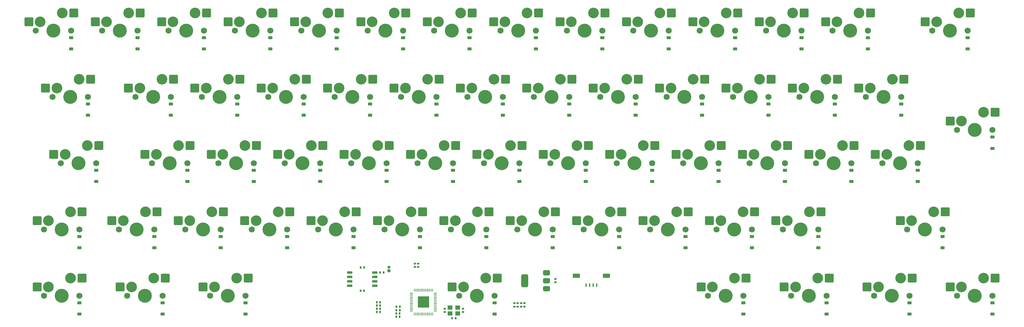
<source format=gbr>
%TF.GenerationSoftware,KiCad,Pcbnew,8.0.3*%
%TF.CreationDate,2024-10-19T17:43:13+08:00*%
%TF.ProjectId,PH60_Rev1,50483630-5f52-4657-9631-2e6b69636164,rev?*%
%TF.SameCoordinates,Original*%
%TF.FileFunction,Soldermask,Bot*%
%TF.FilePolarity,Negative*%
%FSLAX46Y46*%
G04 Gerber Fmt 4.6, Leading zero omitted, Abs format (unit mm)*
G04 Created by KiCad (PCBNEW 8.0.3) date 2024-10-19 17:43:13*
%MOMM*%
%LPD*%
G01*
G04 APERTURE LIST*
G04 Aperture macros list*
%AMRoundRect*
0 Rectangle with rounded corners*
0 $1 Rounding radius*
0 $2 $3 $4 $5 $6 $7 $8 $9 X,Y pos of 4 corners*
0 Add a 4 corners polygon primitive as box body*
4,1,4,$2,$3,$4,$5,$6,$7,$8,$9,$2,$3,0*
0 Add four circle primitives for the rounded corners*
1,1,$1+$1,$2,$3*
1,1,$1+$1,$4,$5*
1,1,$1+$1,$6,$7*
1,1,$1+$1,$8,$9*
0 Add four rect primitives between the rounded corners*
20,1,$1+$1,$2,$3,$4,$5,0*
20,1,$1+$1,$4,$5,$6,$7,0*
20,1,$1+$1,$6,$7,$8,$9,0*
20,1,$1+$1,$8,$9,$2,$3,0*%
G04 Aperture macros list end*
%ADD10C,1.750000*%
%ADD11C,3.050000*%
%ADD12C,4.000000*%
%ADD13RoundRect,0.250000X-1.025000X-1.000000X1.025000X-1.000000X1.025000X1.000000X-1.025000X1.000000X0*%
%ADD14RoundRect,0.225000X0.375000X-0.225000X0.375000X0.225000X-0.375000X0.225000X-0.375000X-0.225000X0*%
%ADD15RoundRect,0.140000X0.170000X-0.140000X0.170000X0.140000X-0.170000X0.140000X-0.170000X-0.140000X0*%
%ADD16RoundRect,0.135000X-0.135000X-0.185000X0.135000X-0.185000X0.135000X0.185000X-0.135000X0.185000X0*%
%ADD17RoundRect,0.050000X-0.050000X0.387500X-0.050000X-0.387500X0.050000X-0.387500X0.050000X0.387500X0*%
%ADD18RoundRect,0.050000X-0.387500X0.050000X-0.387500X-0.050000X0.387500X-0.050000X0.387500X0.050000X0*%
%ADD19R,3.200000X3.200000*%
%ADD20R,0.850000X0.850000*%
%ADD21O,0.850000X0.850000*%
%ADD22RoundRect,0.140000X0.140000X0.170000X-0.140000X0.170000X-0.140000X-0.170000X0.140000X-0.170000X0*%
%ADD23RoundRect,0.375000X0.625000X0.375000X-0.625000X0.375000X-0.625000X-0.375000X0.625000X-0.375000X0*%
%ADD24RoundRect,0.500000X0.500000X1.400000X-0.500000X1.400000X-0.500000X-1.400000X0.500000X-1.400000X0*%
%ADD25RoundRect,0.140000X-0.170000X0.140000X-0.170000X-0.140000X0.170000X-0.140000X0.170000X0.140000X0*%
%ADD26RoundRect,0.135000X0.135000X0.185000X-0.135000X0.185000X-0.135000X-0.185000X0.135000X-0.185000X0*%
%ADD27RoundRect,0.150000X0.650000X0.150000X-0.650000X0.150000X-0.650000X-0.150000X0.650000X-0.150000X0*%
%ADD28RoundRect,0.140000X-0.140000X-0.170000X0.140000X-0.170000X0.140000X0.170000X-0.140000X0.170000X0*%
%ADD29R,1.400000X1.200000*%
%ADD30R,0.400000X1.000000*%
%ADD31R,2.000000X1.300000*%
G04 APERTURE END LIST*
D10*
%TO.C,S36*%
X180657500Y-76200000D03*
D11*
X181927500Y-73660000D03*
D12*
X185737500Y-76200000D03*
D11*
X188277500Y-71120000D03*
D10*
X190817500Y-76200000D03*
D13*
X178652500Y-73660000D03*
X191579500Y-71120000D03*
%TD*%
D10*
%TO.C,S19*%
X118745000Y-57150000D03*
D11*
X120015000Y-54610000D03*
D12*
X123825000Y-57150000D03*
D11*
X126365000Y-52070000D03*
D10*
X128905000Y-57150000D03*
D13*
X116740000Y-54610000D03*
X129667000Y-52070000D03*
%TD*%
D10*
%TO.C,S35*%
X161607500Y-76200000D03*
D11*
X162877500Y-73660000D03*
D12*
X166687500Y-76200000D03*
D11*
X169227500Y-71120000D03*
D10*
X171767500Y-76200000D03*
D13*
X159602500Y-73660000D03*
X172529500Y-71120000D03*
%TD*%
D10*
%TO.C,S28*%
X297338750Y-66675000D03*
D11*
X298608750Y-64135000D03*
D12*
X302418750Y-66675000D03*
D11*
X304958750Y-61595000D03*
D10*
X307498750Y-66675000D03*
D13*
X295333750Y-64135000D03*
X308260750Y-61595000D03*
%TD*%
D10*
%TO.C,S13*%
X261620000Y-38100000D03*
D11*
X262890000Y-35560000D03*
D12*
X266700000Y-38100000D03*
D11*
X269240000Y-33020000D03*
D10*
X271780000Y-38100000D03*
D13*
X259615000Y-35560000D03*
X272542000Y-33020000D03*
%TD*%
D10*
%TO.C,S2*%
X52070000Y-38100000D03*
D11*
X53340000Y-35560000D03*
D12*
X57150000Y-38100000D03*
D11*
X59690000Y-33020000D03*
D10*
X62230000Y-38100000D03*
D13*
X50065000Y-35560000D03*
X62992000Y-33020000D03*
%TD*%
D10*
%TO.C,S49*%
X171132500Y-95250000D03*
D11*
X172402500Y-92710000D03*
D12*
X176212500Y-95250000D03*
D11*
X178752500Y-90170000D03*
D10*
X181292500Y-95250000D03*
D13*
X169127500Y-92710000D03*
X182054500Y-90170000D03*
%TD*%
D10*
%TO.C,S54*%
X283051250Y-95250000D03*
D11*
X284321250Y-92710000D03*
D12*
X288131250Y-95250000D03*
D11*
X290671250Y-90170000D03*
D10*
X293211250Y-95250000D03*
D13*
X281046250Y-92710000D03*
X293973250Y-90170000D03*
%TD*%
D10*
%TO.C,S29*%
X40163750Y-76200000D03*
D11*
X41433750Y-73660000D03*
D12*
X45243750Y-76200000D03*
D11*
X47783750Y-71120000D03*
D10*
X50323750Y-76200000D03*
D13*
X38158750Y-73660000D03*
X51085750Y-71120000D03*
%TD*%
D10*
%TO.C,S25*%
X233045000Y-57150000D03*
D11*
X234315000Y-54610000D03*
D12*
X238125000Y-57150000D03*
D11*
X240665000Y-52070000D03*
D10*
X243205000Y-57150000D03*
D13*
X231040000Y-54610000D03*
X243967000Y-52070000D03*
%TD*%
D10*
%TO.C,S55*%
X35401250Y-114300000D03*
D11*
X36671250Y-111760000D03*
D12*
X40481250Y-114300000D03*
D11*
X43021250Y-109220000D03*
D10*
X45561250Y-114300000D03*
D13*
X33396250Y-111760000D03*
X46323250Y-109220000D03*
%TD*%
D10*
%TO.C,S26*%
X252095000Y-57150000D03*
D11*
X253365000Y-54610000D03*
D12*
X257175000Y-57150000D03*
D11*
X259715000Y-52070000D03*
D10*
X262255000Y-57150000D03*
D13*
X250090000Y-54610000D03*
X263017000Y-52070000D03*
%TD*%
D10*
%TO.C,S62*%
X297338750Y-114300000D03*
D11*
X298608750Y-111760000D03*
D12*
X302418750Y-114300000D03*
D11*
X304958750Y-109220000D03*
D10*
X307498750Y-114300000D03*
D13*
X295333750Y-111760000D03*
X308260750Y-109220000D03*
%TD*%
D10*
%TO.C,S31*%
X85407500Y-76200000D03*
D11*
X86677500Y-73660000D03*
D12*
X90487500Y-76200000D03*
D11*
X93027500Y-71120000D03*
D10*
X95567500Y-76200000D03*
D13*
X83402500Y-73660000D03*
X96329500Y-71120000D03*
%TD*%
D10*
%TO.C,S44*%
X75882500Y-95250000D03*
D11*
X77152500Y-92710000D03*
D12*
X80962500Y-95250000D03*
D11*
X83502500Y-90170000D03*
D10*
X86042500Y-95250000D03*
D13*
X73877500Y-92710000D03*
X86804500Y-90170000D03*
%TD*%
D10*
%TO.C,S59*%
X225901250Y-114300000D03*
D11*
X227171250Y-111760000D03*
D12*
X230981250Y-114300000D03*
D11*
X233521250Y-109220000D03*
D10*
X236061250Y-114300000D03*
D13*
X223896250Y-111760000D03*
X236823250Y-109220000D03*
%TD*%
D10*
%TO.C,S45*%
X94932500Y-95250000D03*
D11*
X96202500Y-92710000D03*
D12*
X100012500Y-95250000D03*
D11*
X102552500Y-90170000D03*
D10*
X105092500Y-95250000D03*
D13*
X92927500Y-92710000D03*
X105854500Y-90170000D03*
%TD*%
D10*
%TO.C,S34*%
X142557500Y-76200000D03*
D11*
X143827500Y-73660000D03*
D12*
X147637500Y-76200000D03*
D11*
X150177500Y-71120000D03*
D10*
X152717500Y-76200000D03*
D13*
X140552500Y-73660000D03*
X153479500Y-71120000D03*
%TD*%
D10*
%TO.C,S37*%
X199707500Y-76200000D03*
D11*
X200977500Y-73660000D03*
D12*
X204787500Y-76200000D03*
D11*
X207327500Y-71120000D03*
D10*
X209867500Y-76200000D03*
D13*
X197702500Y-73660000D03*
X210629500Y-71120000D03*
%TD*%
D10*
%TO.C,S46*%
X113982500Y-95250000D03*
D11*
X115252500Y-92710000D03*
D12*
X119062500Y-95250000D03*
D11*
X121602500Y-90170000D03*
D10*
X124142500Y-95250000D03*
D13*
X111977500Y-92710000D03*
X124904500Y-90170000D03*
%TD*%
D10*
%TO.C,S20*%
X137795000Y-57150000D03*
D11*
X139065000Y-54610000D03*
D12*
X142875000Y-57150000D03*
D11*
X145415000Y-52070000D03*
D10*
X147955000Y-57150000D03*
D13*
X135790000Y-54610000D03*
X148717000Y-52070000D03*
%TD*%
D10*
%TO.C,S9*%
X185420000Y-38100000D03*
D11*
X186690000Y-35560000D03*
D12*
X190500000Y-38100000D03*
D11*
X193040000Y-33020000D03*
D10*
X195580000Y-38100000D03*
D13*
X183415000Y-35560000D03*
X196342000Y-33020000D03*
%TD*%
D10*
%TO.C,S33*%
X123507500Y-76200000D03*
D11*
X124777500Y-73660000D03*
D12*
X128587500Y-76200000D03*
D11*
X131127500Y-71120000D03*
D10*
X133667500Y-76200000D03*
D13*
X121502500Y-73660000D03*
X134429500Y-71120000D03*
%TD*%
D10*
%TO.C,S39*%
X237807500Y-76200000D03*
D11*
X239077500Y-73660000D03*
D12*
X242887500Y-76200000D03*
D11*
X245427500Y-71120000D03*
D10*
X247967500Y-76200000D03*
D13*
X235802500Y-73660000D03*
X248729500Y-71120000D03*
%TD*%
D10*
%TO.C,S38*%
X218757500Y-76200000D03*
D11*
X220027500Y-73660000D03*
D12*
X223837500Y-76200000D03*
D11*
X226377500Y-71120000D03*
D10*
X228917500Y-76200000D03*
D13*
X216752500Y-73660000D03*
X229679500Y-71120000D03*
%TD*%
D10*
%TO.C,S5*%
X109220000Y-38100000D03*
D11*
X110490000Y-35560000D03*
D12*
X114300000Y-38100000D03*
D11*
X116840000Y-33020000D03*
D10*
X119380000Y-38100000D03*
D13*
X107215000Y-35560000D03*
X120142000Y-33020000D03*
%TD*%
D10*
%TO.C,S8*%
X166370000Y-38100000D03*
D11*
X167640000Y-35560000D03*
D12*
X171450000Y-38100000D03*
D11*
X173990000Y-33020000D03*
D10*
X176530000Y-38100000D03*
D13*
X164365000Y-35560000D03*
X177292000Y-33020000D03*
%TD*%
D10*
%TO.C,S40*%
X256857500Y-76200000D03*
D11*
X258127500Y-73660000D03*
D12*
X261937500Y-76200000D03*
D11*
X264477500Y-71120000D03*
D10*
X267017500Y-76200000D03*
D13*
X254852500Y-73660000D03*
X267779500Y-71120000D03*
%TD*%
D10*
%TO.C,S30*%
X66357500Y-76200000D03*
D11*
X67627500Y-73660000D03*
D12*
X71437500Y-76200000D03*
D11*
X73977500Y-71120000D03*
D10*
X76517500Y-76200000D03*
D13*
X64352500Y-73660000D03*
X77279500Y-71120000D03*
%TD*%
D10*
%TO.C,S21*%
X156845000Y-57150000D03*
D11*
X158115000Y-54610000D03*
D12*
X161925000Y-57150000D03*
D11*
X164465000Y-52070000D03*
D10*
X167005000Y-57150000D03*
D13*
X154840000Y-54610000D03*
X167767000Y-52070000D03*
%TD*%
D10*
%TO.C,S12*%
X242570000Y-38100000D03*
D11*
X243840000Y-35560000D03*
D12*
X247650000Y-38100000D03*
D11*
X250190000Y-33020000D03*
D10*
X252730000Y-38100000D03*
D13*
X240565000Y-35560000D03*
X253492000Y-33020000D03*
%TD*%
D10*
%TO.C,S15*%
X37782500Y-57150000D03*
D11*
X39052500Y-54610000D03*
D12*
X42862500Y-57150000D03*
D11*
X45402500Y-52070000D03*
D10*
X47942500Y-57150000D03*
D13*
X35777500Y-54610000D03*
X48704500Y-52070000D03*
%TD*%
D10*
%TO.C,S11*%
X223520000Y-38100000D03*
D11*
X224790000Y-35560000D03*
D12*
X228600000Y-38100000D03*
D11*
X231140000Y-33020000D03*
D10*
X233680000Y-38100000D03*
D13*
X221515000Y-35560000D03*
X234442000Y-33020000D03*
%TD*%
D10*
%TO.C,S18*%
X99695000Y-57150000D03*
D11*
X100965000Y-54610000D03*
D12*
X104775000Y-57150000D03*
D11*
X107315000Y-52070000D03*
D10*
X109855000Y-57150000D03*
D13*
X97690000Y-54610000D03*
X110617000Y-52070000D03*
%TD*%
D10*
%TO.C,S60*%
X249713750Y-114300000D03*
D11*
X250983750Y-111760000D03*
D12*
X254793750Y-114300000D03*
D11*
X257333750Y-109220000D03*
D10*
X259873750Y-114300000D03*
D13*
X247708750Y-111760000D03*
X260635750Y-109220000D03*
%TD*%
D10*
%TO.C,S56*%
X59213750Y-114300000D03*
D11*
X60483750Y-111760000D03*
D12*
X64293750Y-114300000D03*
D11*
X66833750Y-109220000D03*
D10*
X69373750Y-114300000D03*
D13*
X57208750Y-111760000D03*
X70135750Y-109220000D03*
%TD*%
D10*
%TO.C,S50*%
X190182500Y-95250000D03*
D11*
X191452500Y-92710000D03*
D12*
X195262500Y-95250000D03*
D11*
X197802500Y-90170000D03*
D10*
X200342500Y-95250000D03*
D13*
X188177500Y-92710000D03*
X201104500Y-90170000D03*
%TD*%
D10*
%TO.C,S43*%
X56832500Y-95250000D03*
D11*
X58102500Y-92710000D03*
D12*
X61912500Y-95250000D03*
D11*
X64452500Y-90170000D03*
D10*
X66992500Y-95250000D03*
D13*
X54827500Y-92710000D03*
X67754500Y-90170000D03*
%TD*%
D10*
%TO.C,S51*%
X209232500Y-95250000D03*
D11*
X210502500Y-92710000D03*
D12*
X214312500Y-95250000D03*
D11*
X216852500Y-90170000D03*
D10*
X219392500Y-95250000D03*
D13*
X207227500Y-92710000D03*
X220154500Y-90170000D03*
%TD*%
D10*
%TO.C,S52*%
X228282500Y-95250000D03*
D11*
X229552500Y-92710000D03*
D12*
X233362500Y-95250000D03*
D11*
X235902500Y-90170000D03*
D10*
X238442500Y-95250000D03*
D13*
X226277500Y-92710000D03*
X239204500Y-90170000D03*
%TD*%
D10*
%TO.C,S48*%
X152082500Y-95250000D03*
D11*
X153352500Y-92710000D03*
D12*
X157162500Y-95250000D03*
D11*
X159702500Y-90170000D03*
D10*
X162242500Y-95250000D03*
D13*
X150077500Y-92710000D03*
X163004500Y-90170000D03*
%TD*%
D10*
%TO.C,S42*%
X35401250Y-95250000D03*
D11*
X36671250Y-92710000D03*
D12*
X40481250Y-95250000D03*
D11*
X43021250Y-90170000D03*
D10*
X45561250Y-95250000D03*
D13*
X33396250Y-92710000D03*
X46323250Y-90170000D03*
%TD*%
D10*
%TO.C,S22*%
X175895000Y-57150000D03*
D11*
X177165000Y-54610000D03*
D12*
X180975000Y-57150000D03*
D11*
X183515000Y-52070000D03*
D10*
X186055000Y-57150000D03*
D13*
X173890000Y-54610000D03*
X186817000Y-52070000D03*
%TD*%
D10*
%TO.C,S61*%
X273526250Y-114300000D03*
D11*
X274796250Y-111760000D03*
D12*
X278606250Y-114300000D03*
D11*
X281146250Y-109220000D03*
D10*
X283686250Y-114300000D03*
D13*
X271521250Y-111760000D03*
X284448250Y-109220000D03*
%TD*%
D10*
%TO.C,S14*%
X290195000Y-38100000D03*
D11*
X291465000Y-35560000D03*
D12*
X295275000Y-38100000D03*
D11*
X297815000Y-33020000D03*
D10*
X300355000Y-38100000D03*
D13*
X288190000Y-35560000D03*
X301117000Y-33020000D03*
%TD*%
D10*
%TO.C,S4*%
X90170000Y-38100000D03*
D11*
X91440000Y-35560000D03*
D12*
X95250000Y-38100000D03*
D11*
X97790000Y-33020000D03*
D10*
X100330000Y-38100000D03*
D13*
X88165000Y-35560000D03*
X101092000Y-33020000D03*
%TD*%
D10*
%TO.C,S10*%
X204470000Y-38100000D03*
D11*
X205740000Y-35560000D03*
D12*
X209550000Y-38100000D03*
D11*
X212090000Y-33020000D03*
D10*
X214630000Y-38100000D03*
D13*
X202465000Y-35560000D03*
X215392000Y-33020000D03*
%TD*%
D10*
%TO.C,S41*%
X275907500Y-76200000D03*
D11*
X277177500Y-73660000D03*
D12*
X280987500Y-76200000D03*
D11*
X283527500Y-71120000D03*
D10*
X286067500Y-76200000D03*
D13*
X273902500Y-73660000D03*
X286829500Y-71120000D03*
%TD*%
D10*
%TO.C,S47*%
X133032500Y-95250000D03*
D11*
X134302500Y-92710000D03*
D12*
X138112500Y-95250000D03*
D11*
X140652500Y-90170000D03*
D10*
X143192500Y-95250000D03*
D13*
X131027500Y-92710000D03*
X143954500Y-90170000D03*
%TD*%
D10*
%TO.C,S3*%
X71120000Y-38100000D03*
D11*
X72390000Y-35560000D03*
D12*
X76200000Y-38100000D03*
D11*
X78740000Y-33020000D03*
D10*
X81280000Y-38100000D03*
D13*
X69115000Y-35560000D03*
X82042000Y-33020000D03*
%TD*%
D10*
%TO.C,S16*%
X61595000Y-57150000D03*
D11*
X62865000Y-54610000D03*
D12*
X66675000Y-57150000D03*
D11*
X69215000Y-52070000D03*
D10*
X71755000Y-57150000D03*
D13*
X59590000Y-54610000D03*
X72517000Y-52070000D03*
%TD*%
D10*
%TO.C,S7*%
X147320000Y-38100000D03*
D11*
X148590000Y-35560000D03*
D12*
X152400000Y-38100000D03*
D11*
X154940000Y-33020000D03*
D10*
X157480000Y-38100000D03*
D13*
X145315000Y-35560000D03*
X158242000Y-33020000D03*
%TD*%
D10*
%TO.C,S23*%
X194945000Y-57150000D03*
D11*
X196215000Y-54610000D03*
D12*
X200025000Y-57150000D03*
D11*
X202565000Y-52070000D03*
D10*
X205105000Y-57150000D03*
D13*
X192940000Y-54610000D03*
X205867000Y-52070000D03*
%TD*%
D10*
%TO.C,S53*%
X247332500Y-95250000D03*
D11*
X248602500Y-92710000D03*
D12*
X252412500Y-95250000D03*
D11*
X254952500Y-90170000D03*
D10*
X257492500Y-95250000D03*
D13*
X245327500Y-92710000D03*
X258254500Y-90170000D03*
%TD*%
D10*
%TO.C,S27*%
X271145000Y-57150000D03*
D11*
X272415000Y-54610000D03*
D12*
X276225000Y-57150000D03*
D11*
X278765000Y-52070000D03*
D10*
X281305000Y-57150000D03*
D13*
X269140000Y-54610000D03*
X282067000Y-52070000D03*
%TD*%
D10*
%TO.C,S6*%
X128270000Y-38100000D03*
D11*
X129540000Y-35560000D03*
D12*
X133350000Y-38100000D03*
D11*
X135890000Y-33020000D03*
D10*
X138430000Y-38100000D03*
D13*
X126265000Y-35560000D03*
X139192000Y-33020000D03*
%TD*%
D10*
%TO.C,S24*%
X213995000Y-57150000D03*
D11*
X215265000Y-54610000D03*
D12*
X219075000Y-57150000D03*
D11*
X221615000Y-52070000D03*
D10*
X224155000Y-57150000D03*
D13*
X211990000Y-54610000D03*
X224917000Y-52070000D03*
%TD*%
D10*
%TO.C,S58*%
X154463750Y-114300000D03*
D11*
X155733750Y-111760000D03*
D12*
X159543750Y-114300000D03*
D11*
X162083750Y-109220000D03*
D10*
X164623750Y-114300000D03*
D13*
X152458750Y-111760000D03*
X165385750Y-109220000D03*
%TD*%
D10*
%TO.C,S57*%
X83026250Y-114300000D03*
D11*
X84296250Y-111760000D03*
D12*
X88106250Y-114300000D03*
D11*
X90646250Y-109220000D03*
D10*
X93186250Y-114300000D03*
D13*
X81021250Y-111760000D03*
X93948250Y-109220000D03*
%TD*%
D10*
%TO.C,S1*%
X33020000Y-38100000D03*
D11*
X34290000Y-35560000D03*
D12*
X38100000Y-38100000D03*
D11*
X40640000Y-33020000D03*
D10*
X43180000Y-38100000D03*
D13*
X31015000Y-35560000D03*
X43942000Y-33020000D03*
%TD*%
D10*
%TO.C,S32*%
X104457500Y-76200000D03*
D11*
X105727500Y-73660000D03*
D12*
X109537500Y-76200000D03*
D11*
X112077500Y-71120000D03*
D10*
X114617500Y-76200000D03*
D13*
X102452500Y-73660000D03*
X115379500Y-71120000D03*
%TD*%
D10*
%TO.C,S17*%
X80645000Y-57150000D03*
D11*
X81915000Y-54610000D03*
D12*
X85725000Y-57150000D03*
D11*
X88265000Y-52070000D03*
D10*
X90805000Y-57150000D03*
D13*
X78640000Y-54610000D03*
X91567000Y-52070000D03*
%TD*%
D14*
%TO.C,D42*%
X45561250Y-100550000D03*
X45561250Y-97250000D03*
%TD*%
D15*
%TO.C,C7*%
X170325000Y-117425000D03*
X170325000Y-116465000D03*
%TD*%
D14*
%TO.C,D38*%
X228917500Y-81500000D03*
X228917500Y-78200000D03*
%TD*%
%TO.C,D18*%
X109855000Y-62450000D03*
X109855000Y-59150000D03*
%TD*%
D16*
%TO.C,R3*%
X136455000Y-117475000D03*
X137475000Y-117475000D03*
%TD*%
D14*
%TO.C,D55*%
X45561250Y-119600000D03*
X45561250Y-116300000D03*
%TD*%
%TO.C,D23*%
X205105000Y-62450000D03*
X205105000Y-59150000D03*
%TD*%
%TO.C,D53*%
X257492500Y-100550000D03*
X257492500Y-97250000D03*
%TD*%
D15*
%TO.C,C3*%
X155575000Y-119005000D03*
X155575000Y-118045000D03*
%TD*%
D17*
%TO.C,U3*%
X141625000Y-112675000D03*
X142025000Y-112675000D03*
X142425000Y-112675000D03*
X142825000Y-112675000D03*
X143225000Y-112675000D03*
X143625000Y-112675000D03*
X144025000Y-112675000D03*
X144425000Y-112675000D03*
X144825000Y-112675000D03*
X145225000Y-112675000D03*
X145625000Y-112675000D03*
X146025000Y-112675000D03*
X146425000Y-112675000D03*
X146825000Y-112675000D03*
D18*
X147662500Y-113512500D03*
X147662500Y-113912500D03*
X147662500Y-114312500D03*
X147662500Y-114712500D03*
X147662500Y-115112500D03*
X147662500Y-115512500D03*
X147662500Y-115912500D03*
X147662500Y-116312500D03*
X147662500Y-116712500D03*
X147662500Y-117112500D03*
X147662500Y-117512500D03*
X147662500Y-117912500D03*
X147662500Y-118312500D03*
X147662500Y-118712500D03*
D17*
X146825000Y-119550000D03*
X146425000Y-119550000D03*
X146025000Y-119550000D03*
X145625000Y-119550000D03*
X145225000Y-119550000D03*
X144825000Y-119550000D03*
X144425000Y-119550000D03*
X144025000Y-119550000D03*
X143625000Y-119550000D03*
X143225000Y-119550000D03*
X142825000Y-119550000D03*
X142425000Y-119550000D03*
X142025000Y-119550000D03*
X141625000Y-119550000D03*
D18*
X140787500Y-118712500D03*
X140787500Y-118312500D03*
X140787500Y-117912500D03*
X140787500Y-117512500D03*
X140787500Y-117112500D03*
X140787500Y-116712500D03*
X140787500Y-116312500D03*
X140787500Y-115912500D03*
X140787500Y-115512500D03*
X140787500Y-115112500D03*
X140787500Y-114712500D03*
X140787500Y-114312500D03*
X140787500Y-113912500D03*
X140787500Y-113512500D03*
D19*
X144225000Y-116112500D03*
%TD*%
D14*
%TO.C,D50*%
X200342500Y-100550000D03*
X200342500Y-97250000D03*
%TD*%
D20*
%TO.C,J2*%
X134375000Y-107075000D03*
D21*
X134375000Y-106075000D03*
%TD*%
D14*
%TO.C,D57*%
X93186250Y-119600000D03*
X93186250Y-116300000D03*
%TD*%
D22*
%TO.C,C13*%
X131825000Y-117105000D03*
X130865000Y-117105000D03*
%TD*%
D14*
%TO.C,D15*%
X47942500Y-62450000D03*
X47942500Y-59150000D03*
%TD*%
D22*
%TO.C,C10*%
X137425000Y-120325000D03*
X136465000Y-120325000D03*
%TD*%
D14*
%TO.C,D8*%
X176530000Y-43400000D03*
X176530000Y-40100000D03*
%TD*%
D23*
%TO.C,U1*%
X179575000Y-107675000D03*
X179575000Y-109975000D03*
X179575000Y-112275000D03*
D24*
X173275000Y-109975000D03*
%TD*%
D15*
%TO.C,C11*%
X173175000Y-117425000D03*
X173175000Y-116465000D03*
%TD*%
D14*
%TO.C,D19*%
X128905000Y-62450000D03*
X128905000Y-59150000D03*
%TD*%
%TO.C,D21*%
X167005000Y-62450000D03*
X167005000Y-59150000D03*
%TD*%
%TO.C,D40*%
X267017500Y-81500000D03*
X267017500Y-78200000D03*
%TD*%
%TO.C,D36*%
X190817500Y-81500000D03*
X190817500Y-78200000D03*
%TD*%
D25*
%TO.C,C2*%
X150375000Y-118025000D03*
X150375000Y-118985000D03*
%TD*%
D14*
%TO.C,D52*%
X238442500Y-100550000D03*
X238442500Y-97250000D03*
%TD*%
%TO.C,D16*%
X71755000Y-62450000D03*
X71755000Y-59150000D03*
%TD*%
%TO.C,D28*%
X307498750Y-71975000D03*
X307498750Y-68675000D03*
%TD*%
%TO.C,D58*%
X164623750Y-119600000D03*
X164623750Y-116300000D03*
%TD*%
%TO.C,D59*%
X236061250Y-119600000D03*
X236061250Y-116300000D03*
%TD*%
%TO.C,D48*%
X162242500Y-100550000D03*
X162242500Y-97250000D03*
%TD*%
D22*
%TO.C,C14*%
X131825000Y-118025000D03*
X130865000Y-118025000D03*
%TD*%
D26*
%TO.C,R5*%
X153475000Y-120725000D03*
X152455000Y-120725000D03*
%TD*%
D14*
%TO.C,D49*%
X181292500Y-100550000D03*
X181292500Y-97250000D03*
%TD*%
%TO.C,D35*%
X171767500Y-81500000D03*
X171767500Y-78200000D03*
%TD*%
D15*
%TO.C,C15*%
X142695000Y-106035000D03*
X142695000Y-105075000D03*
%TD*%
D14*
%TO.C,D43*%
X66992500Y-100550000D03*
X66992500Y-97250000D03*
%TD*%
%TO.C,D45*%
X105092500Y-100550000D03*
X105092500Y-97250000D03*
%TD*%
%TO.C,D10*%
X214630000Y-43400000D03*
X214630000Y-40100000D03*
%TD*%
%TO.C,D37*%
X209867500Y-81500000D03*
X209867500Y-78200000D03*
%TD*%
%TO.C,D56*%
X69373750Y-119600000D03*
X69373750Y-116300000D03*
%TD*%
%TO.C,D44*%
X86042500Y-100550000D03*
X86042500Y-97250000D03*
%TD*%
%TO.C,D6*%
X138430000Y-43400000D03*
X138430000Y-40100000D03*
%TD*%
%TO.C,D30*%
X76517500Y-81500000D03*
X76517500Y-78200000D03*
%TD*%
D15*
%TO.C,C4*%
X171275000Y-117425000D03*
X171275000Y-116465000D03*
%TD*%
D22*
%TO.C,C6*%
X131815000Y-116175000D03*
X130855000Y-116175000D03*
%TD*%
D14*
%TO.C,D12*%
X252730000Y-43400000D03*
X252730000Y-40100000D03*
%TD*%
%TO.C,D32*%
X114617500Y-81500000D03*
X114617500Y-78200000D03*
%TD*%
D15*
%TO.C,C16*%
X141775000Y-106035000D03*
X141775000Y-105075000D03*
%TD*%
D14*
%TO.C,D25*%
X243205000Y-62450000D03*
X243205000Y-59150000D03*
%TD*%
%TO.C,D20*%
X147955000Y-62450000D03*
X147955000Y-59150000D03*
%TD*%
D27*
%TO.C,U2*%
X130275000Y-107620000D03*
X130275000Y-108890000D03*
X130275000Y-110160000D03*
X130275000Y-111430000D03*
X123075000Y-111430000D03*
X123075000Y-110160000D03*
X123075000Y-108890000D03*
X123075000Y-107620000D03*
%TD*%
D14*
%TO.C,D39*%
X247967500Y-81500000D03*
X247967500Y-78200000D03*
%TD*%
%TO.C,D3*%
X81280000Y-43400000D03*
X81280000Y-40100000D03*
%TD*%
%TO.C,D22*%
X186055000Y-62450000D03*
X186055000Y-59150000D03*
%TD*%
%TO.C,D60*%
X259873750Y-119600000D03*
X259873750Y-116300000D03*
%TD*%
D22*
%TO.C,C8*%
X137425000Y-119375000D03*
X136465000Y-119375000D03*
%TD*%
D14*
%TO.C,D61*%
X283686250Y-119600000D03*
X283686250Y-116300000D03*
%TD*%
%TO.C,D1*%
X43180000Y-43400000D03*
X43180000Y-40100000D03*
%TD*%
%TO.C,D62*%
X307498750Y-119600000D03*
X307498750Y-116300000D03*
%TD*%
%TO.C,D26*%
X262255000Y-62450000D03*
X262255000Y-59150000D03*
%TD*%
%TO.C,D17*%
X90805000Y-62450000D03*
X90805000Y-59150000D03*
%TD*%
%TO.C,D4*%
X100330000Y-43400000D03*
X100330000Y-40100000D03*
%TD*%
D15*
%TO.C,C12*%
X172225000Y-117405000D03*
X172225000Y-116445000D03*
%TD*%
D26*
%TO.C,R1*%
X132785000Y-107625000D03*
X131765000Y-107625000D03*
%TD*%
D28*
%TO.C,C5*%
X126195000Y-112875000D03*
X127155000Y-112875000D03*
%TD*%
D29*
%TO.C,Y1*%
X154075000Y-119375000D03*
X151875000Y-119375000D03*
X151875000Y-117675000D03*
X154075000Y-117675000D03*
%TD*%
D14*
%TO.C,D51*%
X219392500Y-100550000D03*
X219392500Y-97250000D03*
%TD*%
D15*
%TO.C,C1*%
X182125000Y-110455000D03*
X182125000Y-109495000D03*
%TD*%
D14*
%TO.C,D47*%
X143192500Y-100550000D03*
X143192500Y-97250000D03*
%TD*%
%TO.C,D5*%
X119380000Y-43400000D03*
X119380000Y-40100000D03*
%TD*%
D16*
%TO.C,R2*%
X126175000Y-106175000D03*
X127195000Y-106175000D03*
%TD*%
D14*
%TO.C,D46*%
X124142500Y-100550000D03*
X124142500Y-97250000D03*
%TD*%
%TO.C,D29*%
X50323750Y-81500000D03*
X50323750Y-78200000D03*
%TD*%
D30*
%TO.C,J3*%
X190925000Y-111225000D03*
X191925000Y-111225000D03*
X192925000Y-111225000D03*
X193925000Y-111225000D03*
D31*
X188125000Y-108525000D03*
X196725000Y-108525000D03*
%TD*%
D14*
%TO.C,D2*%
X62230000Y-43400000D03*
X62230000Y-40100000D03*
%TD*%
%TO.C,D34*%
X152717500Y-81500000D03*
X152717500Y-78200000D03*
%TD*%
%TO.C,D14*%
X300355000Y-43400000D03*
X300355000Y-40100000D03*
%TD*%
%TO.C,D41*%
X286067500Y-81500000D03*
X286067500Y-78200000D03*
%TD*%
%TO.C,D7*%
X157480000Y-43400000D03*
X157480000Y-40100000D03*
%TD*%
%TO.C,D13*%
X271780000Y-43400000D03*
X271780000Y-40100000D03*
%TD*%
%TO.C,D9*%
X195580000Y-43400000D03*
X195580000Y-40100000D03*
%TD*%
%TO.C,D31*%
X95567500Y-81500000D03*
X95567500Y-78200000D03*
%TD*%
%TO.C,D33*%
X133667500Y-81500000D03*
X133667500Y-78200000D03*
%TD*%
D16*
%TO.C,R4*%
X136455000Y-118425000D03*
X137475000Y-118425000D03*
%TD*%
D14*
%TO.C,D11*%
X233680000Y-43400000D03*
X233680000Y-40100000D03*
%TD*%
D22*
%TO.C,C9*%
X131805000Y-118975000D03*
X130845000Y-118975000D03*
%TD*%
D14*
%TO.C,D24*%
X224155000Y-62450000D03*
X224155000Y-59150000D03*
%TD*%
%TO.C,D54*%
X293211250Y-100550000D03*
X293211250Y-97250000D03*
%TD*%
%TO.C,D27*%
X281305000Y-62450000D03*
X281305000Y-59150000D03*
%TD*%
M02*

</source>
